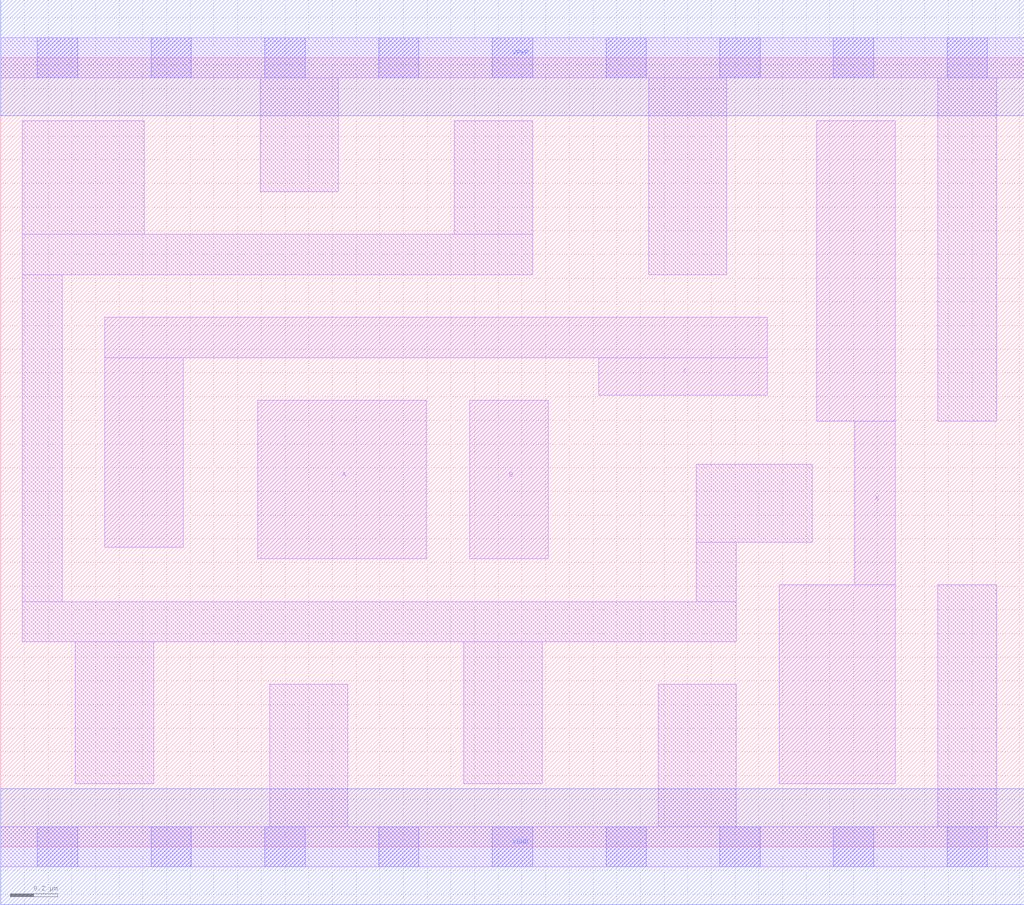
<source format=lef>
# Copyright 2020 The SkyWater PDK Authors
#
# Licensed under the Apache License, Version 2.0 (the "License");
# you may not use this file except in compliance with the License.
# You may obtain a copy of the License at
#
#     https://www.apache.org/licenses/LICENSE-2.0
#
# Unless required by applicable law or agreed to in writing, software
# distributed under the License is distributed on an "AS IS" BASIS,
# WITHOUT WARRANTIES OR CONDITIONS OF ANY KIND, either express or implied.
# See the License for the specific language governing permissions and
# limitations under the License.
#
# SPDX-License-Identifier: Apache-2.0

VERSION 5.7 ;
  NAMESCASESENSITIVE ON ;
  NOWIREEXTENSIONATPIN ON ;
  DIVIDERCHAR "/" ;
  BUSBITCHARS "[]" ;
UNITS
  DATABASE MICRONS 200 ;
END UNITS
MACRO sky130_fd_sc_lp__maj3_2
  CLASS CORE ;
  SOURCE USER ;
  FOREIGN sky130_fd_sc_lp__maj3_2 ;
  ORIGIN  0.000000  0.000000 ;
  SIZE  4.320000 BY  3.330000 ;
  SYMMETRY X Y R90 ;
  SITE unit ;
  PIN A
    ANTENNAGATEAREA  0.318000 ;
    DIRECTION INPUT ;
    USE SIGNAL ;
    PORT
      LAYER li1 ;
        RECT 1.085000 1.215000 1.795000 1.885000 ;
    END
  END A
  PIN B
    ANTENNAGATEAREA  0.318000 ;
    DIRECTION INPUT ;
    USE SIGNAL ;
    PORT
      LAYER li1 ;
        RECT 1.980000 1.215000 2.310000 1.885000 ;
    END
  END B
  PIN C
    ANTENNAGATEAREA  0.318000 ;
    DIRECTION INPUT ;
    USE SIGNAL ;
    PORT
      LAYER li1 ;
        RECT 0.440000 1.265000 0.770000 2.065000 ;
        RECT 0.440000 2.065000 3.235000 2.235000 ;
        RECT 2.525000 1.905000 3.235000 2.065000 ;
    END
  END C
  PIN X
    ANTENNADIFFAREA  0.588000 ;
    DIRECTION OUTPUT ;
    USE SIGNAL ;
    PORT
      LAYER li1 ;
        RECT 3.285000 0.265000 3.775000 1.105000 ;
        RECT 3.445000 1.795000 3.775000 3.065000 ;
        RECT 3.605000 1.105000 3.775000 1.795000 ;
    END
  END X
  PIN VGND
    DIRECTION INOUT ;
    USE GROUND ;
    PORT
      LAYER met1 ;
        RECT 0.000000 -0.245000 4.320000 0.245000 ;
    END
  END VGND
  PIN VPWR
    DIRECTION INOUT ;
    USE POWER ;
    PORT
      LAYER met1 ;
        RECT 0.000000 3.085000 4.320000 3.575000 ;
    END
  END VPWR
  OBS
    LAYER li1 ;
      RECT 0.000000 -0.085000 4.320000 0.085000 ;
      RECT 0.000000  3.245000 4.320000 3.415000 ;
      RECT 0.090000  0.865000 3.105000 1.035000 ;
      RECT 0.090000  1.035000 0.260000 2.415000 ;
      RECT 0.090000  2.415000 2.245000 2.585000 ;
      RECT 0.090000  2.585000 0.605000 3.065000 ;
      RECT 0.315000  0.265000 0.645000 0.865000 ;
      RECT 1.095000  2.765000 1.425000 3.245000 ;
      RECT 1.135000  0.085000 1.465000 0.685000 ;
      RECT 1.915000  2.585000 2.245000 3.065000 ;
      RECT 1.955000  0.265000 2.285000 0.865000 ;
      RECT 2.735000  2.415000 3.065000 3.245000 ;
      RECT 2.775000  0.085000 3.105000 0.685000 ;
      RECT 2.935000  1.035000 3.105000 1.285000 ;
      RECT 2.935000  1.285000 3.425000 1.615000 ;
      RECT 3.955000  0.085000 4.205000 1.105000 ;
      RECT 3.955000  1.795000 4.205000 3.245000 ;
    LAYER mcon ;
      RECT 0.155000 -0.085000 0.325000 0.085000 ;
      RECT 0.155000  3.245000 0.325000 3.415000 ;
      RECT 0.635000 -0.085000 0.805000 0.085000 ;
      RECT 0.635000  3.245000 0.805000 3.415000 ;
      RECT 1.115000 -0.085000 1.285000 0.085000 ;
      RECT 1.115000  3.245000 1.285000 3.415000 ;
      RECT 1.595000 -0.085000 1.765000 0.085000 ;
      RECT 1.595000  3.245000 1.765000 3.415000 ;
      RECT 2.075000 -0.085000 2.245000 0.085000 ;
      RECT 2.075000  3.245000 2.245000 3.415000 ;
      RECT 2.555000 -0.085000 2.725000 0.085000 ;
      RECT 2.555000  3.245000 2.725000 3.415000 ;
      RECT 3.035000 -0.085000 3.205000 0.085000 ;
      RECT 3.035000  3.245000 3.205000 3.415000 ;
      RECT 3.515000 -0.085000 3.685000 0.085000 ;
      RECT 3.515000  3.245000 3.685000 3.415000 ;
      RECT 3.995000 -0.085000 4.165000 0.085000 ;
      RECT 3.995000  3.245000 4.165000 3.415000 ;
  END
END sky130_fd_sc_lp__maj3_2
END LIBRARY

</source>
